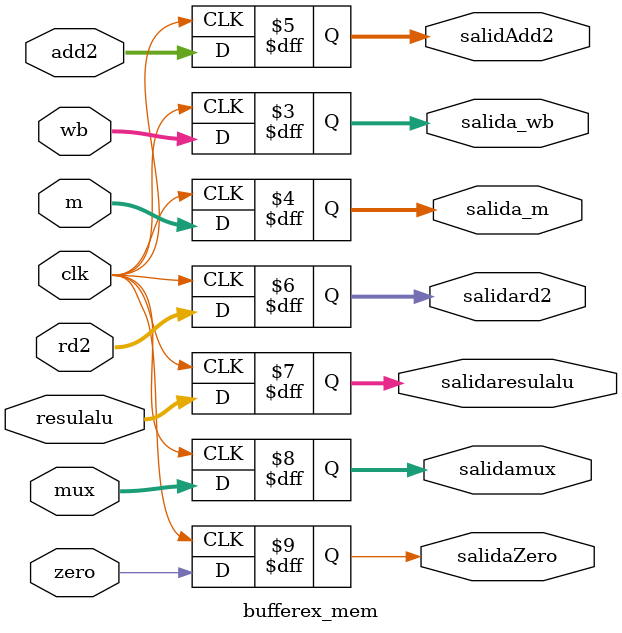
<source format=v>
`timescale 1ns/1ns // Tiempo
module bufferex_mem(
	input [31:0] add2,
	input [31:0] resulalu,
	input [31:0] rd2,
	input [4:0] mux,
	input zero,
	input [1:0]wb,
	input [2:0]m,
	input clk,
	output reg [1:0]salida_wb,
	output reg [2:0]salida_m,
	output reg [31:0] salidAdd2,
	output reg [31:0] salidard2,
	output reg [31:0] salidaresulalu,
	output reg [4:0] salidamux,
	output reg salidaZero
);
// 2.- DEFINICIÓN DE REGISTROS Y CABLES
// 3.- CUERPO DEL MÓDULO, ASIGNACIONES

initial begin
	salida_wb=0;
	salida_m=0;
	salidAdd2=0;
	salidard2=0;
	salidaresulalu=0;
	salidamux=0;
	salidaZero=0;
end

always @(posedge clk)
begin
	salida_wb = wb;
	salida_m = m;
	salidAdd2 = add2;
	salidaresulalu = resulalu;
	salidard2 = rd2;
	salidamux = mux;
	salidaZero = zero;
end
endmodule
</source>
